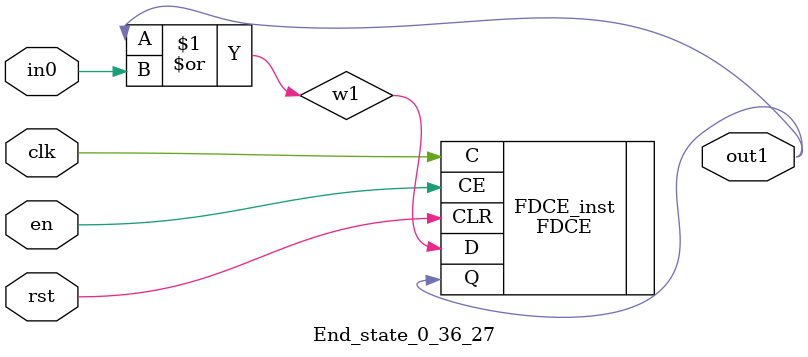
<source format=v>
module engine_0_36(out,clk,sod,en, in_0, in_1, in_3, in_4, in_7, in_8, in_12, in_13, in_14, in_16, in_17, in_36, in_37, in_76);
//pcre: /^R_Server\s+version\x3A\d+\x2E\d+[^\r\n]*R\d+\x2E\d+/smi
//block char: ^[9], \x20[8], N[0], O[0], I[0], S[0], \x2E[8], \d[5], v[0], r[0], e[0], \x3A[8], [^\r\n][2], _[0], 

	input clk,sod,en;

	input in_0, in_1, in_3, in_4, in_7, in_8, in_12, in_13, in_14, in_16, in_17, in_36, in_37, in_76;
	output out;

	assign w0 = 1'b1;
	state_0_36_1 BlockState_0_36_1 (w1,in_0,clk,en,sod,w0);
	state_0_36_2 BlockState_0_36_2 (w2,in_16,clk,en,sod,w1);
	state_0_36_3 BlockState_0_36_3 (w3,in_76,clk,en,sod,w2);
	state_0_36_4 BlockState_0_36_4 (w4,in_8,clk,en,sod,w3);
	state_0_36_5 BlockState_0_36_5 (w5,in_17,clk,en,sod,w4);
	state_0_36_6 BlockState_0_36_6 (w6,in_16,clk,en,sod,w5);
	state_0_36_7 BlockState_0_36_7 (w7,in_14,clk,en,sod,w6);
	state_0_36_8 BlockState_0_36_8 (w8,in_17,clk,en,sod,w7);
	state_0_36_9 BlockState_0_36_9 (w9,in_16,clk,en,sod,w8);
	state_0_36_10 BlockState_0_36_10 (w10,in_1,clk,en,sod,w10,w9);
	state_0_36_11 BlockState_0_36_11 (w11,in_14,clk,en,sod,w10);
	state_0_36_12 BlockState_0_36_12 (w12,in_17,clk,en,sod,w11);
	state_0_36_13 BlockState_0_36_13 (w13,in_16,clk,en,sod,w12);
	state_0_36_14 BlockState_0_36_14 (w14,in_8,clk,en,sod,w13);
	state_0_36_15 BlockState_0_36_15 (w15,in_7,clk,en,sod,w14);
	state_0_36_16 BlockState_0_36_16 (w16,in_4,clk,en,sod,w15);
	state_0_36_17 BlockState_0_36_17 (w17,in_3,clk,en,sod,w16);
	state_0_36_18 BlockState_0_36_18 (w18,in_36,clk,en,sod,w17);
	state_0_36_19 BlockState_0_36_19 (w19,in_13,clk,en,sod,w19,w18);
	state_0_36_20 BlockState_0_36_20 (w20,in_12,clk,en,sod,w19);
	state_0_36_21 BlockState_0_36_21 (w21,in_13,clk,en,sod,w21,w20);
	state_0_36_22 BlockState_0_36_22 (w22,in_37,clk,en,sod,w22,w21);
	state_0_36_23 BlockState_0_36_23 (w23,in_16,clk,en,sod,w21,w22);
	state_0_36_24 BlockState_0_36_24 (w24,in_13,clk,en,sod,w24,w23);
	state_0_36_25 BlockState_0_36_25 (w25,in_12,clk,en,sod,w24);
	state_0_36_26 BlockState_0_36_26 (w26,in_13,clk,en,sod,w26,w25);
	End_state_0_36_27 BlockState_0_36_27 (out,clk,en,sod,w26);
endmodule

module state_0_36_1(out1,in_char,clk,en,rst,in0);
	input in_char,clk,en,rst,in0;
	output out1;
	wire w1,w2;
	assign w1 = in0; 
	and(w2,in_char,w1);
	FDCE #(.INIT(1'b0)) FDCE_inst (
		.Q(out1),
		.C(clk),
		.CE(en),
		.CLR(rst),
		.D(w2)
);
endmodule

module state_0_36_2(out1,in_char,clk,en,rst,in0);
	input in_char,clk,en,rst,in0;
	output out1;
	wire w1,w2;
	assign w1 = in0; 
	and(w2,in_char,w1);
	FDCE #(.INIT(1'b0)) FDCE_inst (
		.Q(out1),
		.C(clk),
		.CE(en),
		.CLR(rst),
		.D(w2)
);
endmodule

module state_0_36_3(out1,in_char,clk,en,rst,in0);
	input in_char,clk,en,rst,in0;
	output out1;
	wire w1,w2;
	assign w1 = in0; 
	and(w2,in_char,w1);
	FDCE #(.INIT(1'b0)) FDCE_inst (
		.Q(out1),
		.C(clk),
		.CE(en),
		.CLR(rst),
		.D(w2)
);
endmodule

module state_0_36_4(out1,in_char,clk,en,rst,in0);
	input in_char,clk,en,rst,in0;
	output out1;
	wire w1,w2;
	assign w1 = in0; 
	and(w2,in_char,w1);
	FDCE #(.INIT(1'b0)) FDCE_inst (
		.Q(out1),
		.C(clk),
		.CE(en),
		.CLR(rst),
		.D(w2)
);
endmodule

module state_0_36_5(out1,in_char,clk,en,rst,in0);
	input in_char,clk,en,rst,in0;
	output out1;
	wire w1,w2;
	assign w1 = in0; 
	and(w2,in_char,w1);
	FDCE #(.INIT(1'b0)) FDCE_inst (
		.Q(out1),
		.C(clk),
		.CE(en),
		.CLR(rst),
		.D(w2)
);
endmodule

module state_0_36_6(out1,in_char,clk,en,rst,in0);
	input in_char,clk,en,rst,in0;
	output out1;
	wire w1,w2;
	assign w1 = in0; 
	and(w2,in_char,w1);
	FDCE #(.INIT(1'b0)) FDCE_inst (
		.Q(out1),
		.C(clk),
		.CE(en),
		.CLR(rst),
		.D(w2)
);
endmodule

module state_0_36_7(out1,in_char,clk,en,rst,in0);
	input in_char,clk,en,rst,in0;
	output out1;
	wire w1,w2;
	assign w1 = in0; 
	and(w2,in_char,w1);
	FDCE #(.INIT(1'b0)) FDCE_inst (
		.Q(out1),
		.C(clk),
		.CE(en),
		.CLR(rst),
		.D(w2)
);
endmodule

module state_0_36_8(out1,in_char,clk,en,rst,in0);
	input in_char,clk,en,rst,in0;
	output out1;
	wire w1,w2;
	assign w1 = in0; 
	and(w2,in_char,w1);
	FDCE #(.INIT(1'b0)) FDCE_inst (
		.Q(out1),
		.C(clk),
		.CE(en),
		.CLR(rst),
		.D(w2)
);
endmodule

module state_0_36_9(out1,in_char,clk,en,rst,in0);
	input in_char,clk,en,rst,in0;
	output out1;
	wire w1,w2;
	assign w1 = in0; 
	and(w2,in_char,w1);
	FDCE #(.INIT(1'b0)) FDCE_inst (
		.Q(out1),
		.C(clk),
		.CE(en),
		.CLR(rst),
		.D(w2)
);
endmodule

module state_0_36_10(out1,in_char,clk,en,rst,in0,in1);
	input in_char,clk,en,rst,in0,in1;
	output out1;
	wire w1,w2;
	or(w1,in0,in1);
	and(w2,in_char,w1);
	FDCE #(.INIT(1'b0)) FDCE_inst (
		.Q(out1),
		.C(clk),
		.CE(en),
		.CLR(rst),
		.D(w2)
);
endmodule

module state_0_36_11(out1,in_char,clk,en,rst,in0);
	input in_char,clk,en,rst,in0;
	output out1;
	wire w1,w2;
	assign w1 = in0; 
	and(w2,in_char,w1);
	FDCE #(.INIT(1'b0)) FDCE_inst (
		.Q(out1),
		.C(clk),
		.CE(en),
		.CLR(rst),
		.D(w2)
);
endmodule

module state_0_36_12(out1,in_char,clk,en,rst,in0);
	input in_char,clk,en,rst,in0;
	output out1;
	wire w1,w2;
	assign w1 = in0; 
	and(w2,in_char,w1);
	FDCE #(.INIT(1'b0)) FDCE_inst (
		.Q(out1),
		.C(clk),
		.CE(en),
		.CLR(rst),
		.D(w2)
);
endmodule

module state_0_36_13(out1,in_char,clk,en,rst,in0);
	input in_char,clk,en,rst,in0;
	output out1;
	wire w1,w2;
	assign w1 = in0; 
	and(w2,in_char,w1);
	FDCE #(.INIT(1'b0)) FDCE_inst (
		.Q(out1),
		.C(clk),
		.CE(en),
		.CLR(rst),
		.D(w2)
);
endmodule

module state_0_36_14(out1,in_char,clk,en,rst,in0);
	input in_char,clk,en,rst,in0;
	output out1;
	wire w1,w2;
	assign w1 = in0; 
	and(w2,in_char,w1);
	FDCE #(.INIT(1'b0)) FDCE_inst (
		.Q(out1),
		.C(clk),
		.CE(en),
		.CLR(rst),
		.D(w2)
);
endmodule

module state_0_36_15(out1,in_char,clk,en,rst,in0);
	input in_char,clk,en,rst,in0;
	output out1;
	wire w1,w2;
	assign w1 = in0; 
	and(w2,in_char,w1);
	FDCE #(.INIT(1'b0)) FDCE_inst (
		.Q(out1),
		.C(clk),
		.CE(en),
		.CLR(rst),
		.D(w2)
);
endmodule

module state_0_36_16(out1,in_char,clk,en,rst,in0);
	input in_char,clk,en,rst,in0;
	output out1;
	wire w1,w2;
	assign w1 = in0; 
	and(w2,in_char,w1);
	FDCE #(.INIT(1'b0)) FDCE_inst (
		.Q(out1),
		.C(clk),
		.CE(en),
		.CLR(rst),
		.D(w2)
);
endmodule

module state_0_36_17(out1,in_char,clk,en,rst,in0);
	input in_char,clk,en,rst,in0;
	output out1;
	wire w1,w2;
	assign w1 = in0; 
	and(w2,in_char,w1);
	FDCE #(.INIT(1'b0)) FDCE_inst (
		.Q(out1),
		.C(clk),
		.CE(en),
		.CLR(rst),
		.D(w2)
);
endmodule

module state_0_36_18(out1,in_char,clk,en,rst,in0);
	input in_char,clk,en,rst,in0;
	output out1;
	wire w1,w2;
	assign w1 = in0; 
	and(w2,in_char,w1);
	FDCE #(.INIT(1'b0)) FDCE_inst (
		.Q(out1),
		.C(clk),
		.CE(en),
		.CLR(rst),
		.D(w2)
);
endmodule

module state_0_36_19(out1,in_char,clk,en,rst,in0,in1);
	input in_char,clk,en,rst,in0,in1;
	output out1;
	wire w1,w2;
	or(w1,in0,in1);
	and(w2,in_char,w1);
	FDCE #(.INIT(1'b0)) FDCE_inst (
		.Q(out1),
		.C(clk),
		.CE(en),
		.CLR(rst),
		.D(w2)
);
endmodule

module state_0_36_20(out1,in_char,clk,en,rst,in0);
	input in_char,clk,en,rst,in0;
	output out1;
	wire w1,w2;
	assign w1 = in0; 
	and(w2,in_char,w1);
	FDCE #(.INIT(1'b0)) FDCE_inst (
		.Q(out1),
		.C(clk),
		.CE(en),
		.CLR(rst),
		.D(w2)
);
endmodule

module state_0_36_21(out1,in_char,clk,en,rst,in0,in1);
	input in_char,clk,en,rst,in0,in1;
	output out1;
	wire w1,w2;
	or(w1,in0,in1);
	and(w2,in_char,w1);
	FDCE #(.INIT(1'b0)) FDCE_inst (
		.Q(out1),
		.C(clk),
		.CE(en),
		.CLR(rst),
		.D(w2)
);
endmodule

module state_0_36_22(out1,in_char,clk,en,rst,in0,in1);
	input in_char,clk,en,rst,in0,in1;
	output out1;
	wire w1,w2;
	or(w1,in0,in1);
	and(w2,in_char,w1);
	FDCE #(.INIT(1'b0)) FDCE_inst (
		.Q(out1),
		.C(clk),
		.CE(en),
		.CLR(rst),
		.D(w2)
);
endmodule

module state_0_36_23(out1,in_char,clk,en,rst,in0,in1);
	input in_char,clk,en,rst,in0,in1;
	output out1;
	wire w1,w2;
	or(w1,in0,in1);
	and(w2,in_char,w1);
	FDCE #(.INIT(1'b0)) FDCE_inst (
		.Q(out1),
		.C(clk),
		.CE(en),
		.CLR(rst),
		.D(w2)
);
endmodule

module state_0_36_24(out1,in_char,clk,en,rst,in0,in1);
	input in_char,clk,en,rst,in0,in1;
	output out1;
	wire w1,w2;
	or(w1,in0,in1);
	and(w2,in_char,w1);
	FDCE #(.INIT(1'b0)) FDCE_inst (
		.Q(out1),
		.C(clk),
		.CE(en),
		.CLR(rst),
		.D(w2)
);
endmodule

module state_0_36_25(out1,in_char,clk,en,rst,in0);
	input in_char,clk,en,rst,in0;
	output out1;
	wire w1,w2;
	assign w1 = in0; 
	and(w2,in_char,w1);
	FDCE #(.INIT(1'b0)) FDCE_inst (
		.Q(out1),
		.C(clk),
		.CE(en),
		.CLR(rst),
		.D(w2)
);
endmodule

module state_0_36_26(out1,in_char,clk,en,rst,in0,in1);
	input in_char,clk,en,rst,in0,in1;
	output out1;
	wire w1,w2;
	or(w1,in0,in1);
	and(w2,in_char,w1);
	FDCE #(.INIT(1'b0)) FDCE_inst (
		.Q(out1),
		.C(clk),
		.CE(en),
		.CLR(rst),
		.D(w2)
);
endmodule

module End_state_0_36_27(out1,clk,en,rst,in0);
	input clk,rst,en,in0;
	output out1;
	wire w1;
	or(w1,out1,in0);
	FDCE #(.INIT(1'b0)) FDCE_inst (
		.Q(out1),
		.C(clk),
		.CE(en),
		.CLR(rst),
		.D(w1)
);
endmodule


</source>
